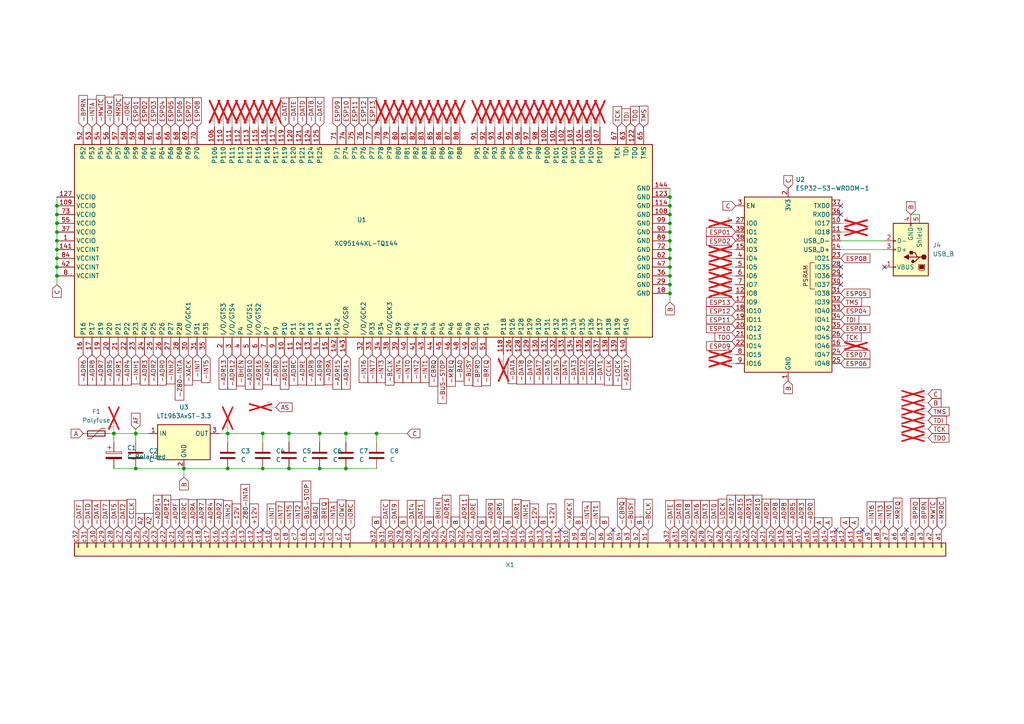
<source format=kicad_sch>
(kicad_sch (version 20250114) (generator "eeschema") (generator_version "9.0")
  (paper "A4")
  (title_block (title "MMS16-Experimentierplatine") (date "2025-12-07") (rev "1") (comment 1 "Revision 1, 11/2025, Stefan Berndt"))
  (junction (at 16.51 64.77))
  (junction (at 83.82 135.89))
  (junction (at 109.22 125.73))
  (junction (at 194.31 69.85))
  (junction (at 16.51 80.01))
  (junction (at 16.51 77.47))
  (junction (at 100.33 135.89))
  (junction (at 16.51 62.23))
  (junction (at 194.31 59.69))
  (junction (at 76.2 125.73))
  (junction (at 39.37 135.89))
  (junction (at 53.34 135.89))
  (junction (at 194.31 67.31))
  (junction (at 194.31 64.77))
  (junction (at 66.04 135.89))
  (junction (at 39.37 125.73))
  (junction (at 16.51 69.85))
  (junction (at 194.31 77.47))
  (junction (at 16.51 67.31))
  (junction (at 92.71 125.73))
  (junction (at 92.71 135.89))
  (junction (at 194.31 57.15))
  (junction (at 100.33 125.73))
  (junction (at 194.31 62.23))
  (junction (at 83.82 125.73))
  (junction (at 76.2 135.89))
  (junction (at 194.31 85.09))
  (junction (at 16.51 74.93))
  (junction (at 194.31 74.93))
  (junction (at 16.51 59.69))
  (junction (at 33.02 125.73))
  (junction (at 194.31 80.01))
  (junction (at 66.04 125.73))
  (junction (at 194.31 72.39))
  (junction (at 194.31 82.55))
  (junction (at 16.51 72.39))
  (no_connect (at 243.84 77.47))
  (no_connect (at 162.56 153.67))
  (no_connect (at 243.84 59.69))
  (no_connect (at 243.84 80.01))
  (no_connect (at 256.54 77.47))
  (no_connect (at 250.19 153.67))
  (no_connect (at 243.84 82.55))
  (no_connect (at 76.2 153.67))
  (no_connect (at 262.89 153.67))
  (no_connect (at 177.8 153.67))
  (no_connect (at 243.84 62.23))
  (no_connect (at 242.57 153.67))
  (wire (pts (xy 16.51 64.77) (xy 16.51 67.31)))
  (wire (pts (xy 39.37 125.73) (xy 39.37 128.27)))
  (wire (pts (xy 194.31 87.63) (xy 194.31 85.09)))
  (wire (pts (xy 194.31 67.31) (xy 194.31 69.85)))
  (wire (pts (xy 194.31 69.85) (xy 194.31 72.39)))
  (wire (pts (xy 16.51 72.39) (xy 16.51 74.93)))
  (wire (pts (xy 194.31 72.39) (xy 194.31 74.93)))
  (wire (pts (xy 16.51 82.55) (xy 16.51 80.01)))
  (wire (pts (xy 53.34 138.43) (xy 53.34 135.89)))
  (wire (pts (xy 33.02 125.73) (xy 33.02 128.27)))
  (wire (pts (xy 16.51 69.85) (xy 16.51 72.39)))
  (wire (pts (xy 39.37 124.46) (xy 39.37 125.73)))
  (wire (pts (xy 264.16 62.23) (xy 266.7 62.23)))
  (wire (pts (xy 33.02 135.89) (xy 39.37 135.89)))
  (wire (pts (xy 100.33 128.27) (xy 100.33 125.73)))
  (wire (pts (xy 109.22 128.27) (xy 109.22 125.73)))
  (wire (pts (xy 39.37 125.73) (xy 43.18 125.73)))
  (wire (pts (xy 16.51 67.31) (xy 16.51 69.85)))
  (wire (pts (xy 16.51 62.23) (xy 16.51 64.77)))
  (wire (pts (xy 194.31 64.77) (xy 194.31 67.31)))
  (wire (pts (xy 194.31 59.69) (xy 194.31 62.23)))
  (wire (pts (xy 53.34 135.89) (xy 66.04 135.89)))
  (wire (pts (xy 66.04 125.73) (xy 66.04 128.27)))
  (wire (pts (xy 16.51 74.93) (xy 16.51 77.47)))
  (wire (pts (xy 194.31 54.61) (xy 194.31 57.15)))
  (wire (pts (xy 33.02 125.73) (xy 39.37 125.73)))
  (wire (pts (xy 66.04 125.73) (xy 63.5 125.73)))
  (wire (pts (xy 16.51 59.69) (xy 16.51 62.23)))
  (wire (pts (xy 66.04 125.73) (xy 76.2 125.73)))
  (wire (pts (xy 194.31 57.15) (xy 194.31 59.69)))
  (wire (pts (xy 92.71 125.73) (xy 100.33 125.73)))
  (wire (pts (xy 243.84 72.39) (xy 256.54 72.39)))
  (wire (pts (xy 39.37 135.89) (xy 53.34 135.89)))
  (wire (pts (xy 76.2 125.73) (xy 83.82 125.73)))
  (wire (pts (xy 76.2 135.89) (xy 83.82 135.89)))
  (wire (pts (xy 243.84 69.85) (xy 256.54 69.85)))
  (wire (pts (xy 100.33 135.89) (xy 92.71 135.89)))
  (wire (pts (xy 76.2 128.27) (xy 76.2 125.73)))
  (wire (pts (xy 109.22 125.73) (xy 118.11 125.73)))
  (wire (pts (xy 31.75 125.73) (xy 33.02 125.73)))
  (wire (pts (xy 83.82 135.89) (xy 92.71 135.89)))
  (wire (pts (xy 66.04 135.89) (xy 76.2 135.89)))
  (wire (pts (xy 83.82 125.73) (xy 92.71 125.73)))
  (wire (pts (xy 92.71 125.73) (xy 92.71 128.27)))
  (wire (pts (xy 194.31 77.47) (xy 194.31 80.01)))
  (wire (pts (xy 194.31 74.93) (xy 194.31 77.47)))
  (wire (pts (xy 16.51 57.15) (xy 16.51 59.69)))
  (wire (pts (xy 194.31 82.55) (xy 194.31 85.09)))
  (wire (pts (xy 16.51 77.47) (xy 16.51 80.01)))
  (wire (pts (xy 109.22 135.89) (xy 100.33 135.89)))
  (wire (pts (xy 194.31 62.23) (xy 194.31 64.77)))
  (wire (pts (xy 100.33 125.73) (xy 109.22 125.73)))
  (wire (pts (xy 83.82 125.73) (xy 83.82 128.27)))
  (wire (pts (xy 194.31 80.01) (xy 194.31 82.55)))
  (global_label "-ADR14" (shape input) (at 100.33 102.87 270) (property "Intersheetrefs" "${INTERSHEET_REFS}" (effects (hide yes))))
  (global_label "-DAT5" (shape input) (at 161.29 102.87 270) (property "Intersheetrefs" "${INTERSHEET_REFS}" (effects (hide yes))))
  (global_label "B" (shape input) (at 175.26 153.67 90) (property "Intersheetrefs" "${INTERSHEET_REFS}" (effects (hide yes))))
  (global_label "-Z80-INTA" (shape input) (at 71.12 153.67 90) (property "Intersheetrefs" "${INTERSHEET_REFS}" (effects (hide yes))))
  (global_label "-ADR14" (shape input) (at 45.72 153.67 90) (property "Intersheetrefs" "${INTERSHEET_REFS}" (effects (hide yes))))
  (global_label "B" (shape input) (at 116.84 153.67 90) (property "Intersheetrefs" "${INTERSHEET_REFS}" (effects (hide yes))))
  (global_label "-INT3" (shape input) (at 110.49 102.87 270) (property "Intersheetrefs" "${INTERSHEET_REFS}" (effects (hide yes))))
  (global_label "-BHEN" (shape input) (at 69.85 102.87 270) (property "Intersheetrefs" "${INTERSHEET_REFS}" (effects (hide yes))))
  (global_label "-INIT" (shape input) (at 57.15 102.87 270) (property "Intersheetrefs" "${INTERSHEET_REFS}" (effects (hide yes))))
  (global_label "-ADR8" (shape input) (at 227.33 153.67 90) (property "Intersheetrefs" "${INTERSHEET_REFS}" (effects (hide yes))))
  (global_label "TDO" (shape input) (at 269.24 127 0) (property "Intersheetrefs" "${INTERSHEET_REFS}" (effects (hide yes))))
  (global_label "TDI" (shape input) (at 269.24 121.92 0) (property "Intersheetrefs" "${INTERSHEET_REFS}" (effects (hide yes))))
  (global_label "B" (shape input) (at 139.7 153.67 90) (property "Intersheetrefs" "${INTERSHEET_REFS}" (effects (hide yes))))
  (global_label "TCK" (shape input) (at 243.84 97.79 0) (property "Intersheetrefs" "${INTERSHEET_REFS}" (effects (hide yes))))
  (global_label "-ADR4" (shape input) (at 36.83 102.87 270) (property "Intersheetrefs" "${INTERSHEET_REFS}" (effects (hide yes))))
  (global_label "-DATE" (shape input) (at 194.31 153.67 90) (property "Intersheetrefs" "${INTERSHEET_REFS}" (effects (hide yes))))
  (global_label "-DAT5" (shape input) (at 33.02 153.67 90) (property "Intersheetrefs" "${INTERSHEET_REFS}" (effects (hide yes))))
  (global_label "-DAT9" (shape input) (at 153.67 102.87 270) (property "Intersheetrefs" "${INTERSHEET_REFS}" (effects (hide yes))))
  (global_label "-INH2" (shape input) (at 66.04 153.67 90) (property "Intersheetrefs" "${INTERSHEET_REFS}" (effects (hide yes))))
  (global_label "-DATC" (shape input) (at 111.76 153.67 90) (property "Intersheetrefs" "${INTERSHEET_REFS}" (effects (hide yes))))
  (global_label "ESP07" (shape input) (at 54.61 36.83 90) (property "Intersheetrefs" "${INTERSHEET_REFS}" (effects (hide yes))))
  (global_label "-DATF" (shape input) (at 82.55 36.83 90) (property "Intersheetrefs" "${INTERSHEET_REFS}" (effects (hide yes))))
  (global_label "-DAT0" (shape input) (at 207.01 153.67 90) (property "Intersheetrefs" "${INTERSHEET_REFS}" (effects (hide yes))))
  (global_label "-ADR9" (shape input) (at 142.24 153.67 90) (property "Intersheetrefs" "${INTERSHEET_REFS}" (effects (hide yes))))
  (global_label "-XACK" (shape input) (at 54.61 102.87 270) (property "Intersheetrefs" "${INTERSHEET_REFS}" (effects (hide yes))))
  (global_label "-DATE" (shape input) (at 85.09 36.83 90) (property "Intersheetrefs" "${INTERSHEET_REFS}" (effects (hide yes))))
  (global_label "TCK" (shape input) (at 269.24 124.46 0) (property "Intersheetrefs" "${INTERSHEET_REFS}" (effects (hide yes))))
  (global_label "-INT1" (shape input) (at 172.72 153.67 90) (property "Intersheetrefs" "${INTERSHEET_REFS}" (effects (hide yes))))
  (global_label "-INT0" (shape input) (at 118.11 102.87 270) (property "Intersheetrefs" "${INTERSHEET_REFS}" (effects (hide yes))))
  (global_label "-DAT1" (shape input) (at 173.99 102.87 270) (property "Intersheetrefs" "${INTERSHEET_REFS}" (effects (hide yes))))
  (global_label "-DATA" (shape input) (at 148.59 102.87 270) (property "Intersheetrefs" "${INTERSHEET_REFS}" (effects (hide yes))))
  (global_label "-ADR7" (shape input) (at 29.21 102.87 270) (property "Intersheetrefs" "${INTERSHEET_REFS}" (effects (hide yes))))
  (global_label "-INH1" (shape input) (at 39.37 102.87 270) (property "Intersheetrefs" "${INTERSHEET_REFS}" (effects (hide yes))))
  (global_label "-ADRB" (shape input) (at 224.79 153.67 90) (property "Intersheetrefs" "${INTERSHEET_REFS}" (effects (hide yes))))
  (global_label "-INT3" (shape input) (at 255.27 153.67 90) (property "Intersheetrefs" "${INTERSHEET_REFS}" (effects (hide yes))))
  (global_label "TMS" (shape input) (at 269.24 119.38 0) (property "Intersheetrefs" "${INTERSHEET_REFS}" (effects (hide yes))))
  (global_label "-ADR6" (shape input) (at 24.13 102.87 270) (property "Intersheetrefs" "${INTERSHEET_REFS}" (effects (hide yes))))
  (global_label "-ADR3" (shape input) (at 232.41 153.67 90) (property "Intersheetrefs" "${INTERSHEET_REFS}" (effects (hide yes))))
  (global_label "-ADRA" (shape input) (at 95.25 102.87 270) (property "Intersheetrefs" "${INTERSHEET_REFS}" (effects (hide yes))))
  (global_label "-IORC" (shape input) (at 101.6 153.67 90) (property "Intersheetrefs" "${INTERSHEET_REFS}" (effects (hide yes))))
  (global_label "C" (shape input) (at 118.11 125.73 0) (property "Intersheetrefs" "${INTERSHEET_REFS}" (effects (hide yes))))
  (global_label "-DAT1" (shape input) (at 121.92 153.67 90) (property "Intersheetrefs" "${INTERSHEET_REFS}" (effects (hide yes))))
  (global_label "-DATC" (shape input) (at 92.71 36.83 90) (property "Intersheetrefs" "${INTERSHEET_REFS}" (effects (hide yes))))
  (global_label "-ADR1" (shape input) (at 149.86 153.67 90) (property "Intersheetrefs" "${INTERSHEET_REFS}" (effects (hide yes))))
  (global_label "ESP09" (shape input) (at 97.79 36.83 90) (property "Intersheetrefs" "${INTERSHEET_REFS}" (effects (hide yes))))
  (global_label "-DAT7" (shape input) (at 30.48 153.67 90) (property "Intersheetrefs" "${INTERSHEET_REFS}" (effects (hide yes))))
  (global_label "-DAT9" (shape input) (at 114.3 153.67 90) (property "Intersheetrefs" "${INTERSHEET_REFS}" (effects (hide yes))))
  (global_label "-IOWC" (shape input) (at 31.75 36.83 90) (property "Intersheetrefs" "${INTERSHEET_REFS}" (effects (hide yes))))
  (global_label "TDO" (shape input) (at 184.15 36.83 90) (property "Intersheetrefs" "${INTERSHEET_REFS}" (effects (hide yes))))
  (global_label "-CCLK" (shape input) (at 176.53 102.87 270) (property "Intersheetrefs" "${INTERSHEET_REFS}" (effects (hide yes))))
  (global_label "-Z80-INTA" (shape input) (at 52.07 102.87 270) (property "Intersheetrefs" "${INTERSHEET_REFS}" (effects (hide yes))))
  (global_label "-MWTC" (shape input) (at 29.21 36.83 90) (property "Intersheetrefs" "${INTERSHEET_REFS}" (effects (hide yes))))
  (global_label "ESP12" (shape input) (at 105.41 36.83 90) (property "Intersheetrefs" "${INTERSHEET_REFS}" (effects (hide yes))))
  (global_label "-ADR4" (shape input) (at 60.96 153.67 90) (property "Intersheetrefs" "${INTERSHEET_REFS}" (effects (hide yes))))
  (global_label "ESP08" (shape input) (at 57.15 36.83 90) (property "Intersheetrefs" "${INTERSHEET_REFS}" (effects (hide yes))))
  (global_label "-INT0" (shape input) (at 257.81 153.67 90) (property "Intersheetrefs" "${INTERSHEET_REFS}" (effects (hide yes))))
  (global_label "-ADR16" (shape input) (at 129.54 153.67 90) (property "Intersheetrefs" "${INTERSHEET_REFS}" (effects (hide yes))))
  (global_label "-BUSY" (shape input) (at 182.88 153.67 90) (property "Intersheetrefs" "${INTERSHEET_REFS}" (effects (hide yes))))
  (global_label "-MWTC" (shape input) (at 270.51 153.67 90) (property "Intersheetrefs" "${INTERSHEET_REFS}" (effects (hide yes))))
  (global_label "-INIT" (shape input) (at 78.74 153.67 90) (property "Intersheetrefs" "${INTERSHEET_REFS}" (effects (hide yes))))
  (global_label "AF" (shape input) (at 39.37 124.46 90) (property "Intersheetrefs" "${INTERSHEET_REFS}" (effects (hide yes))))
  (global_label "ESP05" (shape input) (at 49.53 36.83 90) (property "Intersheetrefs" "${INTERSHEET_REFS}" (effects (hide yes))))
  (global_label "-ADRD" (shape input) (at 222.25 153.67 90) (property "Intersheetrefs" "${INTERSHEET_REFS}" (effects (hide yes))))
  (global_label "-ADRF" (shape input) (at 77.47 102.87 270) (property "Intersheetrefs" "${INTERSHEET_REFS}" (effects (hide yes))))
  (global_label "-MRDC" (shape input) (at 273.05 153.67 90) (property "Intersheetrefs" "${INTERSHEET_REFS}" (effects (hide yes))))
  (global_label "-MRDC" (shape input) (at 34.29 36.83 90) (property "Intersheetrefs" "${INTERSHEET_REFS}" (effects (hide yes))))
  (global_label "-DAT0" (shape input) (at 171.45 102.87 270) (property "Intersheetrefs" "${INTERSHEET_REFS}" (effects (hide yes))))
  (global_label "B" (shape input) (at 53.34 138.43 270) (property "Intersheetrefs" "${INTERSHEET_REFS}" (effects (hide yes))))
  (global_label "C" (shape input) (at 16.51 82.55 270) (property "Intersheetrefs" "${INTERSHEET_REFS}" (effects (hide yes))))
  (global_label "AS" (shape input) (at 80.01 118.11 0) (property "Intersheetrefs" "${INTERSHEET_REFS}" (effects (hide yes))))
  (global_label "-ADR1" (shape input) (at 34.29 102.87 270) (property "Intersheetrefs" "${INTERSHEET_REFS}" (effects (hide yes))))
  (global_label "-LOCK" (shape input) (at 179.07 102.87 270) (property "Intersheetrefs" "${INTERSHEET_REFS}" (effects (hide yes))))
  (global_label "ESP03" (shape input) (at 243.84 95.25 0) (property "Intersheetrefs" "${INTERSHEET_REFS}" (effects (hide yes))))
  (global_label "ESP02" (shape input) (at 213.36 69.85 180) (property "Intersheetrefs" "${INTERSHEET_REFS}" (effects (hide yes))))
  (global_label "-ADRB" (shape input) (at 90.17 102.87 270) (property "Intersheetrefs" "${INTERSHEET_REFS}" (effects (hide yes))))
  (global_label "TDI" (shape input) (at 181.61 36.83 90) (property "Intersheetrefs" "${INTERSHEET_REFS}" (effects (hide yes))))
  (global_label "A" (shape input) (at 240.03 153.67 90) (property "Intersheetrefs" "${INTERSHEET_REFS}" (effects (hide yes))))
  (global_label "-BCLK" (shape input) (at 113.03 102.87 270) (property "Intersheetrefs" "${INTERSHEET_REFS}" (effects (hide yes))))
  (global_label "-INT6" (shape input) (at 105.41 102.87 270) (property "Intersheetrefs" "${INTERSHEET_REFS}" (effects (hide yes))))
  (global_label "A" (shape input) (at 247.65 153.67 90) (property "Intersheetrefs" "${INTERSHEET_REFS}" (effects (hide yes))))
  (global_label "A" (shape input) (at 24.13 125.73 180) (property "Intersheetrefs" "${INTERSHEET_REFS}" (effects (hide yes))))
  (global_label "-ADR12" (shape input) (at 67.31 102.87 270) (property "Intersheetrefs" "${INTERSHEET_REFS}" (effects (hide yes))))
  (global_label "-DAT6" (shape input) (at 158.75 102.87 270) (property "Intersheetrefs" "${INTERSHEET_REFS}" (effects (hide yes))))
  (global_label "-ADR11" (shape input) (at 82.55 102.87 270) (property "Intersheetrefs" "${INTERSHEET_REFS}" (effects (hide yes))))
  (global_label "C" (shape input) (at 213.36 59.69 180) (property "Intersheetrefs" "${INTERSHEET_REFS}" (effects (hide yes))))
  (global_label "B" (shape input) (at 185.42 153.67 90) (property "Intersheetrefs" "${INTERSHEET_REFS}" (effects (hide yes))))
  (global_label "ESP08" (shape input) (at 243.84 74.93 0) (property "Intersheetrefs" "${INTERSHEET_REFS}" (effects (hide yes))))
  (global_label "TDO" (shape input) (at 213.36 97.79 180) (property "Intersheetrefs" "${INTERSHEET_REFS}" (effects (hide yes))))
  (global_label "-BAO" (shape input) (at 133.35 102.87 270) (property "Intersheetrefs" "${INTERSHEET_REFS}" (effects (hide yes))))
  (global_label "-BHEN" (shape input) (at 127 153.67 90) (property "Intersheetrefs" "${INTERSHEET_REFS}" (effects (hide yes))))
  (global_label "-INT5" (shape input) (at 83.82 153.67 90) (property "Intersheetrefs" "${INTERSHEET_REFS}" (effects (hide yes))))
  (global_label "-DATD" (shape input) (at 25.4 153.67 90) (property "Intersheetrefs" "${INTERSHEET_REFS}" (effects (hide yes))))
  (global_label "A2" (shape input) (at 40.64 153.67 90) (property "Intersheetrefs" "${INTERSHEET_REFS}" (effects (hide yes))))
  (global_label "-DAT6" (shape input) (at 201.93 153.67 90) (property "Intersheetrefs" "${INTERSHEET_REFS}" (effects (hide yes))))
  (global_label "+12V" (shape input) (at 160.02 153.67 90) (property "Intersheetrefs" "${INTERSHEET_REFS}" (effects (hide yes))))
  (global_label "-BAO" (shape input) (at 91.44 153.67 90) (property "Intersheetrefs" "${INTERSHEET_REFS}" (effects (hide yes))))
  (global_label "-BPRN" (shape input) (at 24.13 36.83 90) (property "Intersheetrefs" "${INTERSHEET_REFS}" (effects (hide yes))))
  (global_label "-IORC" (shape input) (at 36.83 36.83 90) (property "Intersheetrefs" "${INTERSHEET_REFS}" (effects (hide yes))))
  (global_label "-BPRO" (shape input) (at 265.43 153.67 90) (property "Intersheetrefs" "${INTERSHEET_REFS}" (effects (hide yes))))
  (global_label "-ADRE" (shape input) (at 137.16 153.67 90) (property "Intersheetrefs" "${INTERSHEET_REFS}" (effects (hide yes))))
  (global_label "-MREQ" (shape input) (at 130.81 102.87 270) (property "Intersheetrefs" "${INTERSHEET_REFS}" (effects (hide yes))))
  (global_label "ESP04" (shape input) (at 46.99 36.83 90) (property "Intersheetrefs" "${INTERSHEET_REFS}" (effects (hide yes))))
  (global_label "B" (shape input) (at 167.64 153.67 90) (property "Intersheetrefs" "${INTERSHEET_REFS}" (effects (hide yes))))
  (global_label "-ADR13" (shape input) (at 64.77 102.87 270) (property "Intersheetrefs" "${INTERSHEET_REFS}" (effects (hide yes))))
  (global_label "TCK" (shape input) (at 179.07 36.83 90) (property "Intersheetrefs" "${INTERSHEET_REFS}" (effects (hide yes))))
  (global_label "-CBRQ" (shape input) (at 125.73 102.87 270) (property "Intersheetrefs" "${INTERSHEET_REFS}" (effects (hide yes))))
  (global_label "-BPRO" (shape input) (at 138.43 102.87 270) (property "Intersheetrefs" "${INTERSHEET_REFS}" (effects (hide yes))))
  (global_label "ESP12" (shape input) (at 213.36 90.17 180) (property "Intersheetrefs" "${INTERSHEET_REFS}" (effects (hide yes))))
  (global_label "TMS" (shape input) (at 186.69 36.83 90) (property "Intersheetrefs" "${INTERSHEET_REFS}" (effects (hide yes))))
  (global_label "ESP13" (shape input) (at 213.36 87.63 180) (property "Intersheetrefs" "${INTERSHEET_REFS}" (effects (hide yes))))
  (global_label "ESP05" (shape input) (at 243.84 85.09 0) (property "Intersheetrefs" "${INTERSHEET_REFS}" (effects (hide yes))))
  (global_label "-INH1" (shape input) (at 152.4 153.67 90) (property "Intersheetrefs" "${INTERSHEET_REFS}" (effects (hide yes))))
  (global_label "-ADR11" (shape input) (at 134.62 153.67 90) (property "Intersheetrefs" "${INTERSHEET_REFS}" (effects (hide yes))))
  (global_label "-ADRE" (shape input) (at 87.63 102.87 270) (property "Intersheetrefs" "${INTERSHEET_REFS}" (effects (hide yes))))
  (global_label "-BUSY" (shape input) (at 135.89 102.87 270) (property "Intersheetrefs" "${INTERSHEET_REFS}" (effects (hide yes))))
  (global_label "-BREQ" (shape input) (at 140.97 102.87 270) (property "Intersheetrefs" "${INTERSHEET_REFS}" (effects (hide yes))))
  (global_label "-MREQ" (shape input) (at 260.35 153.67 90) (property "Intersheetrefs" "${INTERSHEET_REFS}" (effects (hide yes))))
  (global_label "-INT6" (shape input) (at 252.73 153.67 90) (property "Intersheetrefs" "${INTERSHEET_REFS}" (effects (hide yes))))
  (global_label "-ADR3" (shape input) (at 41.91 102.87 270) (property "Intersheetrefs" "${INTERSHEET_REFS}" (effects (hide yes))))
  (global_label "ESP11" (shape input) (at 213.36 92.71 180) (property "Intersheetrefs" "${INTERSHEET_REFS}" (effects (hide yes))))
  (global_label "B" (shape input) (at 109.22 153.67 90) (property "Intersheetrefs" "${INTERSHEET_REFS}" (effects (hide yes))))
  (global_label "ESP03" (shape input) (at 44.45 36.83 90) (property "Intersheetrefs" "${INTERSHEET_REFS}" (effects (hide yes))))
  (global_label "-DATB" (shape input) (at 90.17 36.83 90) (property "Intersheetrefs" "${INTERSHEET_REFS}" (effects (hide yes))))
  (global_label "ESP13" (shape input) (at 107.95 36.83 90) (property "Intersheetrefs" "${INTERSHEET_REFS}" (effects (hide yes))))
  (global_label "A" (shape input) (at 245.11 153.67 90) (property "Intersheetrefs" "${INTERSHEET_REFS}" (effects (hide yes))))
  (global_label "-DAT4" (shape input) (at 163.83 102.87 270) (property "Intersheetrefs" "${INTERSHEET_REFS}" (effects (hide yes))))
  (global_label "-ADR12" (shape input) (at 48.26 153.67 90) (property "Intersheetrefs" "${INTERSHEET_REFS}" (effects (hide yes))))
  (global_label "-ADRD" (shape input) (at 80.01 102.87 270) (property "Intersheetrefs" "${INTERSHEET_REFS}" (effects (hide yes))))
  (global_label "B" (shape input) (at 157.48 153.67 90) (property "Intersheetrefs" "${INTERSHEET_REFS}" (effects (hide yes))))
  (global_label "-CBRQ" (shape input) (at 180.34 153.67 90) (property "Intersheetrefs" "${INTERSHEET_REFS}" (effects (hide yes))))
  (global_label "-DATA" (shape input) (at 27.94 153.67 90) (property "Intersheetrefs" "${INTERSHEET_REFS}" (effects (hide yes))))
  (global_label "-ADRF" (shape input) (at 50.8 153.67 90) (property "Intersheetrefs" "${INTERSHEET_REFS}" (effects (hide yes))))
  (global_label "-XACK" (shape input) (at 165.1 153.67 90) (property "Intersheetrefs" "${INTERSHEET_REFS}" (effects (hide yes))))
  (global_label "ESP10" (shape input) (at 100.33 36.83 90) (property "Intersheetrefs" "${INTERSHEET_REFS}" (effects (hide yes))))
  (global_label "-DATD" (shape input) (at 87.63 36.83 90) (property "Intersheetrefs" "${INTERSHEET_REFS}" (effects (hide yes))))
  (global_label "-DAT2" (shape input) (at 35.56 153.67 90) (property "Intersheetrefs" "${INTERSHEET_REFS}" (effects (hide yes))))
  (global_label "-ADR8" (shape input) (at 26.67 102.87 270) (property "Intersheetrefs" "${INTERSHEET_REFS}" (effects (hide yes))))
  (global_label "ESP06" (shape input) (at 52.07 36.83 90) (property "Intersheetrefs" "${INTERSHEET_REFS}" (effects (hide yes))))
  (global_label "-INT7" (shape input) (at 107.95 102.87 270) (property "Intersheetrefs" "${INTERSHEET_REFS}" (effects (hide yes))))
  (global_label "-INT4" (shape input) (at 115.57 102.87 270) (property "Intersheetrefs" "${INTERSHEET_REFS}" (effects (hide yes))))
  (global_label "ESP07" (shape input) (at 243.84 102.87 0) (property "Intersheetrefs" "${INTERSHEET_REFS}" (effects (hide yes))))
  (global_label "ESP06" (shape input) (at 243.84 105.41 0) (property "Intersheetrefs" "${INTERSHEET_REFS}" (effects (hide yes))))
  (global_label "TMS" (shape input) (at 243.84 87.63 0) (property "Intersheetrefs" "${INTERSHEET_REFS}" (effects (hide yes))))
  (global_label "-DAT7" (shape input) (at 156.21 102.87 270) (property "Intersheetrefs" "${INTERSHEET_REFS}" (effects (hide yes))))
  (global_label "-ADR10" (shape input) (at 72.39 102.87 270) (property "Intersheetrefs" "${INTERSHEET_REFS}" (effects (hide yes))))
  (global_label "-ADR7" (shape input) (at 58.42 153.67 90) (property "Intersheetrefs" "${INTERSHEET_REFS}" (effects (hide yes))))
  (global_label "-ADRC" (shape input) (at 53.34 153.67 90) (property "Intersheetrefs" "${INTERSHEET_REFS}" (effects (hide yes))))
  (global_label "-ADR9" (shape input) (at 92.71 102.87 270) (property "Intersheetrefs" "${INTERSHEET_REFS}" (effects (hide yes))))
  (global_label "-ADR17" (shape input) (at 181.61 102.87 270) (property "Intersheetrefs" "${INTERSHEET_REFS}" (effects (hide yes))))
  (global_label "-INT2" (shape input) (at 120.65 102.87 270) (property "Intersheetrefs" "${INTERSHEET_REFS}" (effects (hide yes))))
  (global_label "-INT5" (shape input) (at 59.69 102.87 270) (property "Intersheetrefs" "${INTERSHEET_REFS}" (effects (hide yes))))
  (global_label "-ADR15" (shape input) (at 97.79 102.87 270) (property "Intersheetrefs" "${INTERSHEET_REFS}" (effects (hide yes))))
  (global_label "-ADR16" (shape input) (at 74.93 102.87 270) (property "Intersheetrefs" "${INTERSHEET_REFS}" (effects (hide yes))))
  (global_label "-ADRA" (shape input) (at 55.88 153.67 90) (property "Intersheetrefs" "${INTERSHEET_REFS}" (effects (hide yes))))
  (global_label "-INTA" (shape input) (at 96.52 153.67 90) (property "Intersheetrefs" "${INTERSHEET_REFS}" (effects (hide yes))))
  (global_label "+12V" (shape input) (at 73.66 153.67 90) (property "Intersheetrefs" "${INTERSHEET_REFS}" (effects (hide yes))))
  (global_label "-INT7" (shape input) (at 81.28 153.67 90) (property "Intersheetrefs" "${INTERSHEET_REFS}" (effects (hide yes))))
  (global_label "-ADR15" (shape input) (at 214.63 153.67 90) (property "Intersheetrefs" "${INTERSHEET_REFS}" (effects (hide yes))))
  (global_label "-INT4" (shape input) (at 170.18 153.67 90) (property "Intersheetrefs" "${INTERSHEET_REFS}" (effects (hide yes))))
  (global_label "ESP01" (shape input) (at 39.37 36.83 90) (property "Intersheetrefs" "${INTERSHEET_REFS}" (effects (hide yes))))
  (global_label "C" (shape input) (at 269.24 114.3 0) (property "Intersheetrefs" "${INTERSHEET_REFS}" (effects (hide yes))))
  (global_label "-12V" (shape input) (at 68.58 153.67 90) (property "Intersheetrefs" "${INTERSHEET_REFS}" (effects (hide yes))))
  (global_label "B" (shape input) (at 228.6 110.49 270) (property "Intersheetrefs" "${INTERSHEET_REFS}" (effects (hide yes))))
  (global_label "B" (shape input) (at 269.24 116.84 0) (property "Intersheetrefs" "${INTERSHEET_REFS}" (effects (hide yes))))
  (global_label "-ADR2" (shape input) (at 44.45 102.87 270) (property "Intersheetrefs" "${INTERSHEET_REFS}" (effects (hide yes))))
  (global_label "C" (shape input) (at 228.6 54.61 90) (property "Intersheetrefs" "${INTERSHEET_REFS}" (effects (hide yes))))
  (global_label "-INH2" (shape input) (at 49.53 102.87 270) (property "Intersheetrefs" "${INTERSHEET_REFS}" (effects (hide yes))))
  (global_label "-LOCK" (shape input) (at 209.55 153.67 90) (property "Intersheetrefs" "${INTERSHEET_REFS}" (effects (hide yes))))
  (global_label "-BUS-STOP" (shape input) (at 128.27 102.87 270) (property "Intersheetrefs" "${INTERSHEET_REFS}" (effects (hide yes))))
  (global_label "-ADR0" (shape input) (at 234.95 153.67 90) (property "Intersheetrefs" "${INTERSHEET_REFS}" (effects (hide yes))))
  (global_label "ESP10" (shape input) (at 213.36 95.25 180) (property "Intersheetrefs" "${INTERSHEET_REFS}" (effects (hide yes))))
  (global_label "-DAT8" (shape input) (at 199.39 153.67 90) (property "Intersheetrefs" "${INTERSHEET_REFS}" (effects (hide yes))))
  (global_label "ESP02" (shape input) (at 41.91 36.83 90) (property "Intersheetrefs" "${INTERSHEET_REFS}" (effects (hide yes))))
  (global_label "-ADR17" (shape input) (at 212.09 153.67 90) (property "Intersheetrefs" "${INTERSHEET_REFS}" (effects (hide yes))))
  (global_label "-CCLK" (shape input) (at 38.1 153.67 90) (property "Intersheetrefs" "${INTERSHEET_REFS}" (effects (hide yes))))
  (global_label "-INTA" (shape input) (at 26.67 36.83 90) (property "Intersheetrefs" "${INTERSHEET_REFS}" (effects (hide yes))))
  (global_label "-ADR6" (shape input) (at 144.78 153.67 90) (property "Intersheetrefs" "${INTERSHEET_REFS}" (effects (hide yes))))
  (global_label "-INT1" (shape input) (at 123.19 102.87 270) (property "Intersheetrefs" "${INTERSHEET_REFS}" (effects (hide yes))))
  (global_label "-ADR5" (shape input) (at 229.87 153.67 90) (property "Intersheetrefs" "${INTERSHEET_REFS}" (effects (hide yes))))
  (global_label "-BUS-STOP" (shape input) (at 88.9 153.67 90) (property "Intersheetrefs" "${INTERSHEET_REFS}" (effects (hide yes))))
  (global_label "-DATB" (shape input) (at 196.85 153.67 90) (property "Intersheetrefs" "${INTERSHEET_REFS}" (effects (hide yes))))
  (global_label "-IOWC" (shape input) (at 99.06 153.67 90) (property "Intersheetrefs" "${INTERSHEET_REFS}" (effects (hide yes))))
  (global_label "B" (shape input) (at 264.16 62.23 90) (property "Intersheetrefs" "${INTERSHEET_REFS}" (effects (hide yes))))
  (global_label "B" (shape input) (at 124.46 153.67 90) (property "Intersheetrefs" "${INTERSHEET_REFS}" (effects (hide yes))))
  (global_label "B" (shape input) (at 132.08 153.67 90) (property "Intersheetrefs" "${INTERSHEET_REFS}" (effects (hide yes))))
  (global_label "-DAT3" (shape input) (at 204.47 153.67 90) (property "Intersheetrefs" "${INTERSHEET_REFS}" (effects (hide yes))))
  (global_label "-DAT8" (shape input) (at 151.13 102.87 270) (property "Intersheetrefs" "${INTERSHEET_REFS}" (effects (hide yes))))
  (global_label "-ADR0" (shape input) (at 46.99 102.87 270) (property "Intersheetrefs" "${INTERSHEET_REFS}" (effects (hide yes))))
  (global_label "-DAT2" (shape input) (at 168.91 102.87 270) (property "Intersheetrefs" "${INTERSHEET_REFS}" (effects (hide yes))))
  (global_label "ESP09" (shape input) (at 213.36 100.33 180) (property "Intersheetrefs" "${INTERSHEET_REFS}" (effects (hide yes))))
  (global_label "-12V" (shape input) (at 154.94 153.67 90) (property "Intersheetrefs" "${INTERSHEET_REFS}" (effects (hide yes))))
  (global_label "-DAT4" (shape input) (at 119.38 153.67 90) (property "Intersheetrefs" "${INTERSHEET_REFS}" (effects (hide yes))))
  (global_label "-ADR13" (shape input) (at 217.17 153.67 90) (property "Intersheetrefs" "${INTERSHEET_REFS}" (effects (hide yes))))
  (global_label "TDI" (shape input) (at 243.84 92.71 0) (property "Intersheetrefs" "${INTERSHEET_REFS}" (effects (hide yes))))
  (global_label "ESP04" (shape input) (at 243.84 90.17 0) (property "Intersheetrefs" "${INTERSHEET_REFS}" (effects (hide yes))))
  (global_label "ESP01" (shape input) (at 213.36 67.31 180) (property "Intersheetrefs" "${INTERSHEET_REFS}" (effects (hide yes))))
  (global_label "-BREQ" (shape input) (at 93.98 153.67 90) (property "Intersheetrefs" "${INTERSHEET_REFS}" (effects (hide yes))))
  (global_label "-BCLK" (shape input) (at 187.96 153.67 90) (property "Intersheetrefs" "${INTERSHEET_REFS}" (effects (hide yes))))
  (global_label "ESP11" (shape input) (at 102.87 36.83 90) (property "Intersheetrefs" "${INTERSHEET_REFS}" (effects (hide yes))))
  (global_label "-ADR2" (shape input) (at 63.5 153.67 90) (property "Intersheetrefs" "${INTERSHEET_REFS}" (effects (hide yes))))
  (global_label "B" (shape input) (at 147.32 153.67 90) (property "Intersheetrefs" "${INTERSHEET_REFS}" (effects (hide yes))))
  (global_label "B" (shape input) (at 194.31 87.63 270) (property "Intersheetrefs" "${INTERSHEET_REFS}" (effects (hide yes))))
  (global_label "-ADRC" (shape input) (at 85.09 102.87 270) (property "Intersheetrefs" "${INTERSHEET_REFS}" (effects (hide yes))))
  (global_label "-ADR10" (shape input) (at 219.71 153.67 90) (property "Intersheetrefs" "${INTERSHEET_REFS}" (effects (hide yes))))
  (global_label "A2" (shape input) (at 43.18 153.67 90) (property "Intersheetrefs" "${INTERSHEET_REFS}" (effects (hide yes))))
  (global_label "A" (shape input) (at 237.49 153.67 90) (property "Intersheetrefs" "${INTERSHEET_REFS}" (effects (hide yes))))
  (global_label "-DATF" (shape input) (at 22.86 153.67 90) (property "Intersheetrefs" "${INTERSHEET_REFS}" (effects (hide yes))))
  (global_label "-INT2" (shape input) (at 86.36 153.67 90) (property "Intersheetrefs" "${INTERSHEET_REFS}" (effects (hide yes))))
  (global_label "-DAT3" (shape input) (at 166.37 102.87 270) (property "Intersheetrefs" "${INTERSHEET_REFS}" (effects (hide yes))))
  (global_label "-ADR5" (shape input) (at 31.75 102.87 270) (property "Intersheetrefs" "${INTERSHEET_REFS}" (effects (hide yes))))
  (global_label "-BPRN" (shape input) (at 267.97 153.67 90) (property "Intersheetrefs" "${INTERSHEET_REFS}" (effects (hide yes))))
  (symbol (lib_id "Connector:Conn_01x01_Pin") (at 163.83 31.75 270) (unit 1) (dnp yes)
    (property "Reference" "J18" (effects (hide yes)))
    (property "Value" "Conn_01x01_Pin" (effects (hide yes)))
    (property "Footprint" "Library:PinHeader_1x01_P2.54mm_Vertical" (effects (hide yes)))
    (property "Description" "Generic connector, single row, 01x01, script generated" (effects (hide yes)))
  )
  (symbol (lib_id "Connector:Conn_01x01_Pin") (at 264.16 121.92 0) (unit 1) (dnp yes)
    (property "Reference" "J39" (effects (hide yes)))
    (property "Value" "Conn_01x01_Pin" (effects (hide yes)))
    (property "Footprint" "Library:PinHeader_1x01_P2.54mm_Vertical" (effects (hide yes)))
    (property "Description" "Generic connector, single row, 01x01, script generated" (effects (hide yes)))
  )
  (symbol (lib_id "Connector:Conn_01x01_Pin") (at 67.31 31.75 270) (unit 1) (dnp yes)
    (property "Reference" "J8" (effects (hide yes)))
    (property "Value" "Conn_01x01_Pin" (effects (hide yes)))
    (property "Footprint" "Library:PinHeader_1x01_P2.54mm_Vertical" (effects (hide yes)))
    (property "Description" "Generic connector, single row, 01x01, script generated" (effects (hide yes)))
  )
  (symbol (lib_id "RF_Module:ESP32-S3-WROOM-1") (at 228.6 82.55 0) (unit 1)
    (property "Reference" "U2" (at 230.7433 52.07 0) (effects (justify left)))
    (property "Value" "ESP32-S3-WROOM-1" (at 230.7433 54.61 0) (effects (justify left)))
    (property "Footprint" "Library:ESP32-S3-WROOM-1" (effects (hide yes)))
    (property "Datasheet" "https://www.espressif.com/sites/default/files/documentation/esp32-s3-wroom-1_wroom-1u_datasheet_en.pdf" (effects (hide yes)))
    (property "Description" "RF Module, ESP32-S3 SoC, Wi-Fi 802.11b/g/n, Bluetooth, BLE, 32-bit, 3.3V, onboard antenna, SMD" (effects (hide yes)))
  )
  (symbol (lib_id "Connector:Conn_01x01_Pin") (at 171.45 31.75 270) (unit 1) (dnp yes)
    (property "Reference" "J12" (effects (hide yes)))
    (property "Value" "Conn_01x01_Pin" (effects (hide yes)))
    (property "Footprint" "Library:PinHeader_1x01_P2.54mm_Vertical" (effects (hide yes)))
    (property "Description" "Generic connector, single row, 01x01, script generated" (effects (hide yes)))
  )
  (symbol (lib_id "Connector:Conn_01x01_Pin") (at 66.04 120.65 270) (unit 1) (dnp yes)
    (property "Reference" "J53" (effects (hide yes)))
    (property "Value" "Conn_01x01_Pin" (effects (hide yes)))
    (property "Footprint" "Library:PinHeader_1x01_P2.54mm_Vertical" (effects (hide yes)))
    (property "Description" "Generic connector, single row, 01x01, script generated" (effects (hide yes)))
  )
  (symbol (lib_id "Connector:Conn_01x01_Pin") (at 125.73 31.75 270) (unit 1) (dnp yes)
    (property "Reference" "J30" (effects (hide yes)))
    (property "Value" "Conn_01x01_Pin" (effects (hide yes)))
    (property "Footprint" "Library:PinHeader_1x01_P2.54mm_Vertical" (effects (hide yes)))
    (property "Description" "Generic connector, single row, 01x01, script generated" (effects (hide yes)))
  )
  (symbol (lib_id "Connector:Conn_01x01_Pin") (at 173.99 31.75 270) (unit 1) (dnp yes)
    (property "Reference" "J10" (effects (hide yes)))
    (property "Value" "Conn_01x01_Pin" (effects (hide yes)))
    (property "Footprint" "Library:PinHeader_1x01_P2.54mm_Vertical" (effects (hide yes)))
    (property "Description" "Generic connector, single row, 01x01, script generated" (effects (hide yes)))
  )
  (symbol (lib_id "Connector:Conn_01x01_Pin") (at 158.75 31.75 270) (unit 1) (dnp yes)
    (property "Reference" "J16" (effects (hide yes)))
    (property "Value" "Conn_01x01_Pin" (effects (hide yes)))
    (property "Footprint" "Library:PinHeader_1x01_P2.54mm_Vertical" (effects (hide yes)))
    (property "Description" "Generic connector, single row, 01x01, script generated" (effects (hide yes)))
  )
  (symbol (lib_id "Connector:Conn_01x01_Pin") (at 208.28 85.09 0) (unit 1) (dnp yes)
    (property "Reference" "J49" (effects (hide yes)))
    (property "Value" "Conn_01x01_Pin" (effects (hide yes)))
    (property "Footprint" "Library:PinHeader_1x01_P2.54mm_Vertical" (effects (hide yes)))
    (property "Description" "Generic connector, single row, 01x01, script generated" (effects (hide yes)))
  )
  (symbol (lib_id "Regulator_Linear:LT1963AxST-3.3") (at 53.34 128.27 0) (unit 1)
    (property "Reference" "U3" (at 53.34 118.11 0))
    (property "Value" "LT1963AxST-3.3" (at 53.34 120.65 0))
    (property "Footprint" "Package_TO_SOT_SMD:SOT-223-3_TabPin2" (effects (hide yes)))
    (property "Datasheet" "https://www.analog.com/media/en/technical-documentation/data-sheets/1963aff.pdf" (effects (hide yes)))
    (property "Description" "3.3V, 1.5A, Low Noise, Fast Transient Response LDO Regulator, SOT-223" (effects (hide yes)))
  )
  (symbol (lib_id "Connector:Conn_01x01_Pin") (at 118.11 31.75 270) (unit 1) (dnp yes)
    (property "Reference" "J27" (effects (hide yes)))
    (property "Value" "Conn_01x01_Pin" (effects (hide yes)))
    (property "Footprint" "Library:PinHeader_1x01_P2.54mm_Vertical" (effects (hide yes)))
    (property "Description" "Generic connector, single row, 01x01, script generated" (effects (hide yes)))
  )
  (symbol (lib_id "Device:Polyfuse") (at 27.94 125.73 90) (unit 1)
    (property "Reference" "F1" (at 27.94 119.38 90))
    (property "Value" "Polyfuse" (at 27.94 121.92 90))
    (property "Footprint" "Fuse:Fuse_Bourns_MF-RG300" (effects (hide yes)))
    (property "Description" "Resettable fuse, polymeric positive temperature coefficient" (effects (hide yes)))
  )
  (symbol (lib_id "Connector:Conn_01x01_Pin") (at 62.23 31.75 270) (unit 1) (dnp yes)
    (property "Reference" "J11" (effects (hide yes)))
    (property "Value" "Conn_01x01_Pin" (effects (hide yes)))
    (property "Footprint" "Library:PinHeader_1x01_P2.54mm_Vertical" (effects (hide yes)))
    (property "Description" "Generic connector, single row, 01x01, script generated" (effects (hide yes)))
  )
  (symbol (lib_id "Connector:Conn_01x01_Pin") (at 146.05 107.95 90) (unit 1) (dnp yes)
    (property "Reference" "J1" (effects (hide yes)))
    (property "Value" "Conn_01x01_Pin" (effects (hide yes)))
    (property "Footprint" "Library:PinHeader_1x01_P2.54mm_Vertical" (effects (hide yes)))
    (property "Description" "Generic connector, single row, 01x01, script generated" (effects (hide yes)))
  )
  (symbol (lib_id "Connector:Conn_01x01_Pin") (at 77.47 31.75 270) (unit 1) (dnp yes)
    (property "Reference" "J3" (effects (hide yes)))
    (property "Value" "Conn_01x01_Pin" (effects (hide yes)))
    (property "Footprint" "Library:PinHeader_1x01_P2.54mm_Vertical" (effects (hide yes)))
    (property "Description" "Generic connector, single row, 01x01, script generated" (effects (hide yes)))
  )
  (symbol (lib_id "Connector:Conn_01x01_Pin") (at 248.92 100.33 180) (unit 1) (dnp yes)
    (property "Reference" "J52" (effects (hide yes)))
    (property "Value" "Conn_01x01_Pin" (effects (hide yes)))
    (property "Footprint" "Library:PinHeader_1x01_P2.54mm_Vertical" (effects (hide yes)))
    (property "Description" "Generic connector, single row, 01x01, script generated" (effects (hide yes)))
  )
  (symbol (lib_id "Connector:Conn_01x01_Pin") (at 264.16 124.46 0) (unit 1) (dnp yes)
    (property "Reference" "J50" (effects (hide yes)))
    (property "Value" "Conn_01x01_Pin" (effects (hide yes)))
    (property "Footprint" "Library:PinHeader_1x01_P2.54mm_Vertical" (effects (hide yes)))
    (property "Description" "Generic connector, single row, 01x01, script generated" (effects (hide yes)))
  )
  (symbol (lib_id "Device:C") (at 83.82 132.08 0) (unit 1)
    (property "Reference" "C5" (at 87.63 130.8099 0) (effects (justify left)))
    (property "Value" "C" (at 87.63 133.3499 0) (effects (justify left)))
    (property "Footprint" "Capacitor_SMD:C_0805_2012Metric_Pad1.18x1.45mm_HandSolder" (effects (hide yes)))
    (property "Description" "Unpolarized capacitor" (effects (hide yes)))
  )
  (symbol (lib_id "Connector:Conn_01x01_Pin") (at 69.85 31.75 270) (unit 1) (dnp yes)
    (property "Reference" "J7" (effects (hide yes)))
    (property "Value" "Conn_01x01_Pin" (effects (hide yes)))
    (property "Footprint" "Library:PinHeader_1x01_P2.54mm_Vertical" (effects (hide yes)))
    (property "Description" "Generic connector, single row, 01x01, script generated" (effects (hide yes)))
  )
  (symbol (lib_id "Connector:Conn_01x01_Pin") (at 208.28 105.41 0) (unit 1) (dnp yes)
    (property "Reference" "J46" (effects (hide yes)))
    (property "Value" "Conn_01x01_Pin" (effects (hide yes)))
    (property "Footprint" "Library:PinHeader_1x01_P2.54mm_Vertical" (effects (hide yes)))
    (property "Description" "Generic connector, single row, 01x01, script generated" (effects (hide yes)))
  )
  (symbol (lib_id "Connector:Conn_01x01_Pin") (at 208.28 77.47 0) (unit 1) (dnp yes)
    (property "Reference" "J42" (effects (hide yes)))
    (property "Value" "Conn_01x01_Pin" (effects (hide yes)))
    (property "Footprint" "Library:PinHeader_1x01_P2.54mm_Vertical" (effects (hide yes)))
    (property "Description" "Generic connector, single row, 01x01, script generated" (effects (hide yes)))
  )
  (symbol (lib_id "Connector:Conn_01x01_Pin") (at 143.51 31.75 270) (unit 1) (dnp yes)
    (property "Reference" "J22" (effects (hide yes)))
    (property "Value" "Conn_01x01_Pin" (effects (hide yes)))
    (property "Footprint" "Library:PinHeader_1x01_P2.54mm_Vertical" (effects (hide yes)))
    (property "Description" "Generic connector, single row, 01x01, script generated" (effects (hide yes)))
  )
  (symbol (lib_id "Connector:Conn_01x01_Pin") (at 264.16 116.84 0) (unit 1) (dnp yes)
    (property "Reference" "J36" (effects (hide yes)))
    (property "Value" "Conn_01x01_Pin" (effects (hide yes)))
    (property "Footprint" "Library:PinHeader_1x01_P2.54mm_Vertical" (effects (hide yes)))
    (property "Description" "Generic connector, single row, 01x01, script generated" (effects (hide yes)))
  )
  (symbol (lib_id "Device:C_Polarized") (at 33.02 132.08 0) (unit 1)
    (property "Reference" "C1" (at 36.83 129.9209 0) (effects (justify left)))
    (property "Value" "C_Polarized" (at 36.83 132.4609 0) (effects (justify left)))
    (property "Footprint" "Capacitor_THT:C_Radial_D6.3mm_H5.0mm_P2.50mm" (effects (hide yes)))
    (property "Description" "Polarized capacitor" (effects (hide yes)))
  )
  (symbol (lib_id "Device:C") (at 39.37 132.08 0) (unit 1)
    (property "Reference" "C2" (at 43.18 130.8099 0) (effects (justify left)))
    (property "Value" "C" (at 43.18 133.3499 0) (effects (justify left)))
    (property "Footprint" "Capacitor_SMD:C_0805_2012Metric_Pad1.18x1.45mm_HandSolder" (effects (hide yes)))
    (property "Description" "Unpolarized capacitor" (effects (hide yes)))
  )
  (symbol (lib_id "Connector:Conn_01x01_Pin") (at 74.93 118.11 0) (unit 1) (dnp yes)
    (property "Reference" "J54" (effects (hide yes)))
    (property "Value" "Conn_01x01_Pin" (effects (hide yes)))
    (property "Footprint" "Library:PinHeader_1x01_P2.54mm_Vertical" (effects (hide yes)))
    (property "Description" "Generic connector, single row, 01x01, script generated" (effects (hide yes)))
  )
  (symbol (lib_id "Connector:Conn_01x01_Pin") (at 128.27 31.75 270) (unit 1) (dnp yes)
    (property "Reference" "J31" (effects (hide yes)))
    (property "Value" "Conn_01x01_Pin" (effects (hide yes)))
    (property "Footprint" "Library:PinHeader_1x01_P2.54mm_Vertical" (effects (hide yes)))
    (property "Description" "Generic connector, single row, 01x01, script generated" (effects (hide yes)))
  )
  (symbol (lib_id "Connector:Conn_01x01_Pin") (at 64.77 31.75 270) (unit 1) (dnp yes)
    (property "Reference" "J9" (effects (hide yes)))
    (property "Value" "Conn_01x01_Pin" (effects (hide yes)))
    (property "Footprint" "Library:PinHeader_1x01_P2.54mm_Vertical" (effects (hide yes)))
    (property "Description" "Generic connector, single row, 01x01, script generated" (effects (hide yes)))
  )
  (symbol (lib_id "Device:C") (at 109.22 132.08 0) (unit 1)
    (property "Reference" "C8" (at 113.03 130.8099 0) (effects (justify left)))
    (property "Value" "C" (at 113.03 133.3499 0) (effects (justify left)))
    (property "Footprint" "Capacitor_SMD:C_0805_2012Metric_Pad1.18x1.45mm_HandSolder" (effects (hide yes)))
    (property "Description" "Unpolarized capacitor" (effects (hide yes)))
  )
  (symbol (lib_id "Connector:Conn_01x01_Pin") (at 148.59 31.75 270) (unit 1) (dnp yes)
    (property "Reference" "J24" (effects (hide yes)))
    (property "Value" "Conn_01x01_Pin" (effects (hide yes)))
    (property "Footprint" "Library:PinHeader_1x01_P2.54mm_Vertical" (effects (hide yes)))
    (property "Description" "Generic connector, single row, 01x01, script generated" (effects (hide yes)))
  )
  (symbol (lib_id "CPLD_Xilinx:XC95144XL-TQ144") (at 105.41 69.85 90) (unit 1)
    (property "Reference" "U1" (at 104.902 63.754 90))
    (property "Value" "XC95144XL-TQ144" (at 106.172 70.612 90))
    (property "Footprint" "Package_QFP:TQFP-144_20x20mm_P0.5mm" (effects (hide yes)))
    (property "Datasheet" "https://www.xilinx.com/support/documentation/data_sheets/ds056.pdf" (effects (hide yes)))
    (property "Description" "CPLD, 144 Macrocells, 3200 Usable Gates" (effects (hide yes)))
  )
  (symbol (lib_id "Connector:Conn_01x01_Pin") (at 264.16 114.3 0) (unit 1) (dnp yes)
    (property "Reference" "J37" (effects (hide yes)))
    (property "Value" "Conn_01x01_Pin" (effects (hide yes)))
    (property "Footprint" "Library:PinHeader_1x01_P2.54mm_Vertical" (effects (hide yes)))
    (property "Description" "Generic connector, single row, 01x01, script generated" (effects (hide yes)))
  )
  (symbol (lib_id "Connector:Conn_01x01_Pin") (at 110.49 31.75 270) (unit 1) (dnp yes)
    (property "Reference" "J40" (effects (hide yes)))
    (property "Value" "Conn_01x01_Pin" (effects (hide yes)))
    (property "Footprint" "Library:PinHeader_1x01_P2.54mm_Vertical" (effects (hide yes)))
    (property "Description" "Generic connector, single row, 01x01, script generated" (effects (hide yes)))
  )
  (symbol (lib_id "Connector:Conn_01x01_Pin") (at 138.43 31.75 270) (unit 1) (dnp yes)
    (property "Reference" "J20" (effects (hide yes)))
    (property "Value" "Conn_01x01_Pin" (effects (hide yes)))
    (property "Footprint" "Library:PinHeader_1x01_P2.54mm_Vertical" (effects (hide yes)))
    (property "Description" "Generic connector, single row, 01x01, script generated" (effects (hide yes)))
  )
  (symbol (lib_id "Device:C") (at 76.2 132.08 0) (unit 1)
    (property "Reference" "C4" (at 80.01 130.8099 0) (effects (justify left)))
    (property "Value" "C" (at 80.01 133.3499 0) (effects (justify left)))
    (property "Footprint" "Capacitor_SMD:C_0805_2012Metric_Pad1.18x1.45mm_HandSolder" (effects (hide yes)))
    (property "Description" "Unpolarized capacitor" (effects (hide yes)))
  )
  (symbol (lib_id "Connector:Conn_01x01_Pin") (at 264.16 127 0) (unit 1) (dnp yes)
    (property "Reference" "J56" (effects (hide yes)))
    (property "Value" "Conn_01x01_Pin" (effects (hide yes)))
    (property "Footprint" "Library:PinHeader_1x01_P2.54mm_Vertical" (effects (hide yes)))
    (property "Description" "Generic connector, single row, 01x01, script generated" (effects (hide yes)))
  )
  (symbol (lib_id "Connector:Conn_01x01_Pin") (at 146.05 31.75 270) (unit 1) (dnp yes)
    (property "Reference" "J23" (effects (hide yes)))
    (property "Value" "Conn_01x01_Pin" (effects (hide yes)))
    (property "Footprint" "Library:PinHeader_1x01_P2.54mm_Vertical" (effects (hide yes)))
    (property "Description" "Generic connector, single row, 01x01, script generated" (effects (hide yes)))
  )
  (symbol (lib_id "Connector:Conn_01x01_Pin") (at 156.21 31.75 270) (unit 1) (dnp yes)
    (property "Reference" "J15" (effects (hide yes)))
    (property "Value" "Conn_01x01_Pin" (effects (hide yes)))
    (property "Footprint" "Library:PinHeader_1x01_P2.54mm_Vertical" (effects (hide yes)))
    (property "Description" "Generic connector, single row, 01x01, script generated" (effects (hide yes)))
  )
  (symbol (lib_id "Connector:Conn_01x01_Pin") (at 115.57 31.75 270) (unit 1) (dnp yes)
    (property "Reference" "J19" (effects (hide yes)))
    (property "Value" "Conn_01x01_Pin" (effects (hide yes)))
    (property "Footprint" "Library:PinHeader_1x01_P2.54mm_Vertical" (effects (hide yes)))
    (property "Description" "Generic connector, single row, 01x01, script generated" (effects (hide yes)))
  )
  (symbol (lib_id "Connector:Conn_01x01_Pin") (at 248.92 67.31 180) (unit 1) (dnp yes)
    (property "Reference" "J48" (effects (hide yes)))
    (property "Value" "Conn_01x01_Pin" (effects (hide yes)))
    (property "Footprint" "Library:PinHeader_1x01_P2.54mm_Vertical" (effects (hide yes)))
    (property "Description" "Generic connector, single row, 01x01, script generated" (effects (hide yes)))
  )
  (symbol (lib_id "Connector:Conn_01x01_Pin") (at 120.65 31.75 270) (unit 1) (dnp yes)
    (property "Reference" "J28" (effects (hide yes)))
    (property "Value" "Conn_01x01_Pin" (effects (hide yes)))
    (property "Footprint" "Library:PinHeader_1x01_P2.54mm_Vertical" (effects (hide yes)))
    (property "Description" "Generic connector, single row, 01x01, script generated" (effects (hide yes)))
  )
  (symbol (lib_id "Connector:Conn_01x01_Pin") (at 264.16 119.38 0) (unit 1) (dnp yes)
    (property "Reference" "J38" (effects (hide yes)))
    (property "Value" "Conn_01x01_Pin" (effects (hide yes)))
    (property "Footprint" "Library:PinHeader_1x01_P2.54mm_Vertical" (effects (hide yes)))
    (property "Description" "Generic connector, single row, 01x01, script generated" (effects (hide yes)))
  )
  (symbol (lib_id "Connector:Conn_01x01_Pin") (at 33.02 120.65 270) (unit 1) (dnp yes)
    (property "Reference" "J34" (effects (hide yes)))
    (property "Value" "Conn_01x01_Pin" (effects (hide yes)))
    (property "Footprint" "Library:PinHeader_1x01_P2.54mm_Vertical" (effects (hide yes)))
    (property "Description" "Generic connector, single row, 01x01, script generated" (effects (hide yes)))
  )
  (symbol (lib_id "Connector:Conn_01x01_Pin") (at 208.28 64.77 0) (unit 1) (dnp yes)
    (property "Reference" "J55" (effects (hide yes)))
    (property "Value" "Conn_01x01_Pin" (effects (hide yes)))
    (property "Footprint" "Library:PinHeader_1x01_P2.54mm_Vertical" (effects (hide yes)))
    (property "Description" "Generic connector, single row, 01x01, script generated" (effects (hide yes)))
  )
  (symbol (lib_id "Connector:Conn_01x01_Pin") (at 166.37 31.75 270) (unit 1) (dnp yes)
    (property "Reference" "J13" (effects (hide yes)))
    (property "Value" "Conn_01x01_Pin" (effects (hide yes)))
    (property "Footprint" "Library:PinHeader_1x01_P2.54mm_Vertical" (effects (hide yes)))
    (property "Description" "Generic connector, single row, 01x01, script generated" (effects (hide yes)))
  )
  (symbol (lib_id "Connector:Conn_01x01_Pin") (at 151.13 31.75 270) (unit 1) (dnp yes)
    (property "Reference" "J25" (effects (hide yes)))
    (property "Value" "Conn_01x01_Pin" (effects (hide yes)))
    (property "Footprint" "Library:PinHeader_1x01_P2.54mm_Vertical" (effects (hide yes)))
    (property "Description" "Generic connector, single row, 01x01, script generated" (effects (hide yes)))
  )
  (symbol (lib_id "Connector:Conn_01x01_Pin") (at 168.91 31.75 270) (unit 1) (dnp yes)
    (property "Reference" "J14" (effects (hide yes)))
    (property "Value" "Conn_01x01_Pin" (effects (hide yes)))
    (property "Footprint" "Library:PinHeader_1x01_P2.54mm_Vertical" (effects (hide yes)))
    (property "Description" "Generic connector, single row, 01x01, script generated" (effects (hide yes)))
  )
  (symbol (lib_id "Connector:Conn_01x01_Pin") (at 153.67 31.75 270) (unit 1) (dnp yes)
    (property "Reference" "J26" (effects (hide yes)))
    (property "Value" "Conn_01x01_Pin" (effects (hide yes)))
    (property "Footprint" "Library:PinHeader_1x01_P2.54mm_Vertical" (effects (hide yes)))
    (property "Description" "Generic connector, single row, 01x01, script generated" (effects (hide yes)))
  )
  (symbol (lib_id "Connector:Conn_01x01_Pin") (at 133.35 31.75 270) (unit 1) (dnp yes)
    (property "Reference" "J33" (effects (hide yes)))
    (property "Value" "Conn_01x01_Pin" (effects (hide yes)))
    (property "Footprint" "Library:PinHeader_1x01_P2.54mm_Vertical" (effects (hide yes)))
    (property "Description" "Generic connector, single row, 01x01, script generated" (effects (hide yes)))
  )
  (symbol (lib_id "Device:C") (at 92.71 132.08 0) (unit 1)
    (property "Reference" "C6" (at 96.52 130.8099 0) (effects (justify left)))
    (property "Value" "C" (at 96.52 133.3499 0) (effects (justify left)))
    (property "Footprint" "Capacitor_SMD:C_0805_2012Metric_Pad1.18x1.45mm_HandSolder" (effects (hide yes)))
    (property "Description" "Unpolarized capacitor" (effects (hide yes)))
  )
  (symbol (lib_id "Device:C") (at 100.33 132.08 0) (unit 1)
    (property "Reference" "C7" (at 104.14 130.8099 0) (effects (justify left)))
    (property "Value" "C" (at 104.14 133.3499 0) (effects (justify left)))
    (property "Footprint" "Capacitor_SMD:C_0805_2012Metric_Pad1.18x1.45mm_HandSolder" (effects (hide yes)))
    (property "Description" "Unpolarized capacitor" (effects (hide yes)))
  )
  (symbol (lib_id "Connector:Conn_01x01_Pin") (at 208.28 72.39 0) (unit 1) (dnp yes)
    (property "Reference" "J51" (effects (hide yes)))
    (property "Value" "Conn_01x01_Pin" (effects (hide yes)))
    (property "Footprint" "Library:PinHeader_1x01_P2.54mm_Vertical" (effects (hide yes)))
    (property "Description" "Generic connector, single row, 01x01, script generated" (effects (hide yes)))
  )
  (symbol (lib_id "Connector:Conn_01x01_Pin") (at 161.29 31.75 270) (unit 1) (dnp yes)
    (property "Reference" "J17" (effects (hide yes)))
    (property "Value" "Conn_01x01_Pin" (effects (hide yes)))
    (property "Footprint" "Library:PinHeader_1x01_P2.54mm_Vertical" (effects (hide yes)))
    (property "Description" "Generic connector, single row, 01x01, script generated" (effects (hide yes)))
  )
  (symbol (lib_id "Device:C") (at 66.04 132.08 0) (unit 1)
    (property "Reference" "C3" (at 69.85 130.8099 0) (effects (justify left)))
    (property "Value" "C" (at 69.85 133.3499 0) (effects (justify left)))
    (property "Footprint" "Capacitor_SMD:C_0805_2012Metric_Pad1.18x1.45mm_HandSolder" (effects (hide yes)))
    (property "Description" "Unpolarized capacitor" (effects (hide yes)))
  )
  (symbol (lib_id "Connector:Conn_01x01_Pin") (at 80.01 31.75 270) (unit 1) (dnp yes)
    (property "Reference" "J2" (effects (hide yes)))
    (property "Value" "Conn_01x01_Pin" (effects (hide yes)))
    (property "Footprint" "Library:PinHeader_1x01_P2.54mm_Vertical" (effects (hide yes)))
    (property "Description" "Generic connector, single row, 01x01, script generated" (effects (hide yes)))
  )
  (symbol (lib_id "Connector:Conn_01x01_Pin") (at 140.97 31.75 270) (unit 1) (dnp yes)
    (property "Reference" "J21" (effects (hide yes)))
    (property "Value" "Conn_01x01_Pin" (effects (hide yes)))
    (property "Footprint" "Library:PinHeader_1x01_P2.54mm_Vertical" (effects (hide yes)))
    (property "Description" "Generic connector, single row, 01x01, script generated" (effects (hide yes)))
  )
  (symbol (lib_id "Connector:Conn_01x01_Pin") (at 248.92 64.77 180) (unit 1) (dnp yes)
    (property "Reference" "J47" (effects (hide yes)))
    (property "Value" "Conn_01x01_Pin" (effects (hide yes)))
    (property "Footprint" "Library:PinHeader_1x01_P2.54mm_Vertical" (effects (hide yes)))
    (property "Description" "Generic connector, single row, 01x01, script generated" (effects (hide yes)))
  )
  (symbol (lib_id "Connector:Conn_01x01_Pin") (at 208.28 102.87 0) (unit 1) (dnp yes)
    (property "Reference" "J45" (effects (hide yes)))
    (property "Value" "Conn_01x01_Pin" (effects (hide yes)))
    (property "Footprint" "Library:PinHeader_1x01_P2.54mm_Vertical" (effects (hide yes)))
    (property "Description" "Generic connector, single row, 01x01, script generated" (effects (hide yes)))
  )
  (symbol (lib_id "Connector:Conn_01x01_Pin") (at 72.39 31.75 270) (unit 1) (dnp yes)
    (property "Reference" "J6" (effects (hide yes)))
    (property "Value" "Conn_01x01_Pin" (effects (hide yes)))
    (property "Footprint" "Library:PinHeader_1x01_P2.54mm_Vertical" (effects (hide yes)))
    (property "Description" "Generic connector, single row, 01x01, script generated" (effects (hide yes)))
  )
  (symbol (lib_id "Connector:Conn_01x01_Pin") (at 113.03 31.75 270) (unit 1) (dnp yes)
    (property "Reference" "J41" (effects (hide yes)))
    (property "Value" "Conn_01x01_Pin" (effects (hide yes)))
    (property "Footprint" "Library:PinHeader_1x01_P2.54mm_Vertical" (effects (hide yes)))
    (property "Description" "Generic connector, single row, 01x01, script generated" (effects (hide yes)))
  )
  (symbol (lib_id "Connector:Conn_01x01_Pin") (at 74.93 31.75 270) (unit 1) (dnp yes)
    (property "Reference" "J5" (effects (hide yes)))
    (property "Value" "Conn_01x01_Pin" (effects (hide yes)))
    (property "Footprint" "Library:PinHeader_1x01_P2.54mm_Vertical" (effects (hide yes)))
    (property "Description" "Generic connector, single row, 01x01, script generated" (effects (hide yes)))
  )
  (symbol (lib_id "Connector:Conn_01x01_Pin") (at 208.28 74.93 0) (unit 1) (dnp yes)
    (property "Reference" "J35" (effects (hide yes)))
    (property "Value" "Conn_01x01_Pin" (effects (hide yes)))
    (property "Footprint" "Library:PinHeader_1x01_P2.54mm_Vertical" (effects (hide yes)))
    (property "Description" "Generic connector, single row, 01x01, script generated" (effects (hide yes)))
  )
  (symbol (lib_id "Robotron_Symbole:DIN41612_ABC") (at 234.95 158.75 270) (unit 1)
    (property "Reference" "X1" (at 147.955 163.83 90))
    (property "Value" "DIN41612_03x32_ABC" (effects (hide yes)))
    (property "Footprint" "Connector_DIN:DIN41612_C_3x32_Male_Horizontal_THT" (effects (hide yes)))
    (property "Description" "DIN41612 connector, double row (AB), 02x32, script generated (kicad-library-utils/schlib/autogen/connector/)" (effects (hide yes)))
  )
  (symbol (lib_id "Connector:Conn_01x01_Pin") (at 130.81 31.75 270) (unit 1) (dnp yes)
    (property "Reference" "J32" (effects (hide yes)))
    (property "Value" "Conn_01x01_Pin" (effects (hide yes)))
    (property "Footprint" "Library:PinHeader_1x01_P2.54mm_Vertical" (effects (hide yes)))
    (property "Description" "Generic connector, single row, 01x01, script generated" (effects (hide yes)))
  )
  (symbol (lib_id "Connector:Conn_01x01_Pin") (at 208.28 80.01 0) (unit 1) (dnp yes)
    (property "Reference" "J43" (effects (hide yes)))
    (property "Value" "Conn_01x01_Pin" (effects (hide yes)))
    (property "Footprint" "Library:PinHeader_1x01_P2.54mm_Vertical" (effects (hide yes)))
    (property "Description" "Generic connector, single row, 01x01, script generated" (effects (hide yes)))
  )
  (symbol (lib_id "Connector:Conn_01x01_Pin") (at 208.28 82.55 0) (unit 1) (dnp yes)
    (property "Reference" "J44" (effects (hide yes)))
    (property "Value" "Conn_01x01_Pin" (effects (hide yes)))
    (property "Footprint" "Library:PinHeader_1x01_P2.54mm_Vertical" (effects (hide yes)))
    (property "Description" "Generic connector, single row, 01x01, script generated" (effects (hide yes)))
  )
  (symbol (lib_id "Connector:Conn_01x01_Pin") (at 123.19 31.75 270) (unit 1) (dnp yes)
    (property "Reference" "J29" (effects (hide yes)))
    (property "Value" "Conn_01x01_Pin" (effects (hide yes)))
    (property "Footprint" "Library:PinHeader_1x01_P2.54mm_Vertical" (effects (hide yes)))
    (property "Description" "Generic connector, single row, 01x01, script generated" (effects (hide yes)))
  )
  (symbol (lib_id "Connector:USB_B") (at 264.16 72.39 180) (unit 1)
    (property "Reference" "J4" (at 270.51 71.1199 0) (effects (justify right)))
    (property "Value" "USB_B" (at 270.51 73.6599 0) (effects (justify right)))
    (property "Footprint" "Connector_USB:USB_B_Lumberg_2411_02_Horizontal" (effects (hide yes)))
    (property "Description" "USB Type B connector" (effects (hide yes)))
  )
)
</source>
